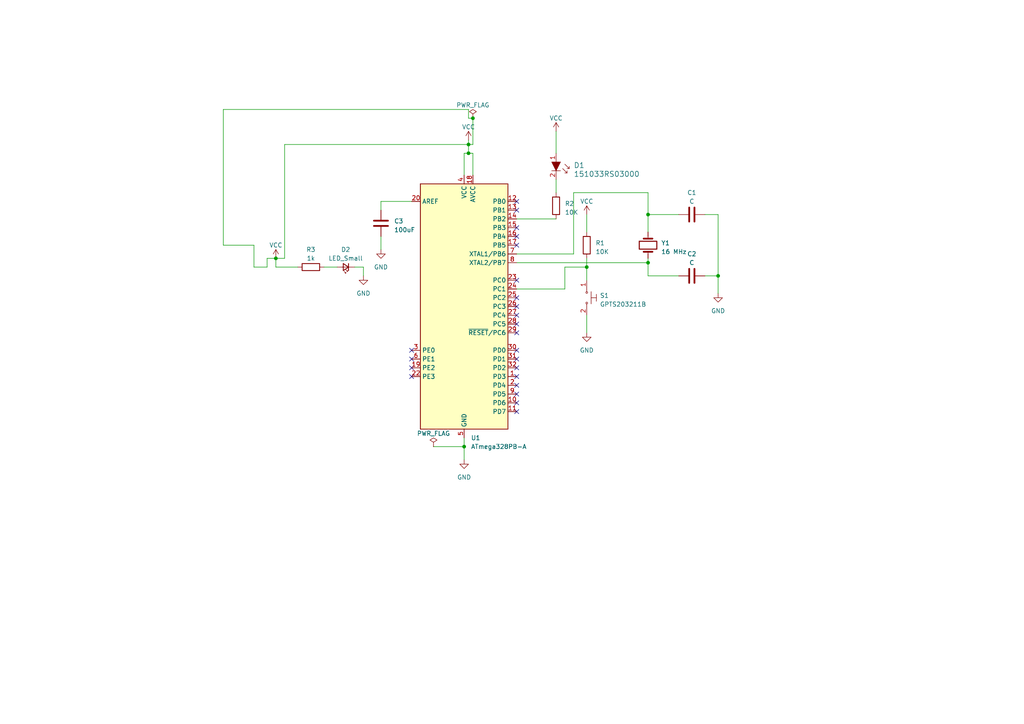
<source format=kicad_sch>
(kicad_sch (version 20230121) (generator eeschema)
  (paper "A4")
  (lib_symbols
    (symbol "Device:C" (pin_numbers hide) (pin_names (offset 0.254))
      (property "Reference" "C" (at 0.635 2.54 0))
      (property "Value" "C" (at 0.635 -2.54 0))
      (symbol "C_0_1"
        (polyline (pts (xy -2.032 -0.762) (xy 2.032 -0.762)) (stroke (width 0.508)))
        (polyline (pts (xy -2.032 0.762) (xy 2.032 0.762)) (stroke (width 0.508)))
      )
      (symbol "C_1_1"
        (pin passive line (at 0 3.81 270) (length 2.794) (name "~") (number "1"))
        (pin passive line (at 0 -3.81 90) (length 2.794) (name "~") (number "2"))
      )
    )
    (symbol "Device:Crystal" (pin_numbers hide) (pin_names (offset 1.016) hide)
      (property "Reference" "Y" (at 0 3.81 0))
      (property "Value" "Crystal" (at 0 -3.81 0))
      (symbol "Crystal_0_1"
        (rectangle (start -1.143 2.54) (end 1.143 -2.54) (stroke (width 0.3048)))
        (polyline (pts (xy -2.54 0) (xy -1.905 0)))
        (polyline (pts (xy -1.905 -1.27) (xy -1.905 1.27)) (stroke (width 0.508)))
        (polyline (pts (xy 1.905 -1.27) (xy 1.905 1.27)) (stroke (width 0.508)))
        (polyline (pts (xy 2.54 0) (xy 1.905 0)))
      )
      (symbol "Crystal_1_1"
        (pin passive line (at -3.81 0 0) (length 1.27) (name "1") (number "1"))
        (pin passive line (at 3.81 0 180) (length 1.27) (name "2") (number "2"))
      )
    )
    (symbol "Device:LED_Small" (pin_numbers hide) (pin_names (offset 0.254) hide)
      (property "Reference" "D" (at -1.27 3.175 0))
      (property "Value" "LED_Small" (at -4.445 -2.54 0))
      (symbol "LED_Small_0_1"
        (polyline (pts (xy -0.762 -1.016) (xy -0.762 1.016)) (stroke (width 0.254)))
        (polyline (pts (xy 1.016 0) (xy -0.762 0)))
        (polyline (pts (xy 0.762 -1.016) (xy -0.762 0) (xy 0.762 1.016) (xy 0.762 -1.016)) (stroke (width 0.254)))
        (polyline (pts (xy 0 0.762) (xy -0.508 1.27) (xy -0.254 1.27) (xy -0.508 1.27) (xy -0.508 1.016)))
        (polyline (pts (xy 0.508 1.27) (xy 0 1.778) (xy 0.254 1.778) (xy 0 1.778) (xy 0 1.524)))
      )
      (symbol "LED_Small_1_1"
        (pin passive line (at -2.54 0 0) (length 1.778) (name "K") (number "1"))
        (pin passive line (at 2.54 0 180) (length 1.778) (name "A") (number "2"))
      )
    )
    (symbol "Device:R" (pin_numbers hide) (pin_names (offset 0))
      (property "Reference" "R" (at 2.032 0 90))
      (property "Value" "R" (at 0 0 90))
      (symbol "R_0_1"
        (rectangle (start -1.016 -2.54) (end 1.016 2.54) (stroke (width 0.254)))
      )
      (symbol "R_1_1"
        (pin passive line (at 0 3.81 270) (length 1.27) (name "~") (number "1"))
        (pin passive line (at 0 -3.81 90) (length 1.27) (name "~") (number "2"))
      )
    )
    (symbol "MCU_Microchip_ATmega:ATmega328PB-A"
      (property "Reference" "U" (at -12.7 36.83 0))
      (property "Value" "ATmega328PB-A" (at 2.54 -36.83 0))
      (symbol "ATmega328PB-A_0_1"
        (rectangle (start -12.7 -35.56) (end 12.7 35.56) (stroke (width 0.254)) (fill (type background)))
      )
      (symbol "ATmega328PB-A_1_1"
        (pin bidirectional line (at 15.24 -20.32 180) (length 2.54) (name "PD3") (number "1"))
        (pin bidirectional line (at 15.24 -27.94 180) (length 2.54) (name "PD6") (number "10"))
        (pin bidirectional line (at 15.24 -30.48 180) (length 2.54) (name "PD7") (number "11"))
        (pin bidirectional line (at 15.24 30.48 180) (length 2.54) (name "PB0") (number "12"))
        (pin bidirectional line (at 15.24 27.94 180) (length 2.54) (name "PB1") (number "13"))
        (pin bidirectional line (at 15.24 25.4 180) (length 2.54) (name "PB2") (number "14"))
        (pin bidirectional line (at 15.24 22.86 180) (length 2.54) (name "PB3") (number "15"))
        (pin bidirectional line (at 15.24 20.32 180) (length 2.54) (name "PB4") (number "16"))
        (pin bidirectional line (at 15.24 17.78 180) (length 2.54) (name "PB5") (number "17"))
        (pin power_in line (at 2.54 38.1 270) (length 2.54) (name "AVCC") (number "18"))
        (pin bidirectional line (at -15.24 -17.78 0) (length 2.54) (name "PE2") (number "19"))
        (pin bidirectional line (at 15.24 -22.86 180) (length 2.54) (name "PD4") (number "2"))
        (pin passive line (at -15.24 30.48 0) (length 2.54) (name "AREF") (number "20"))
        (pin passive line (at 0 -38.1 90) (length 2.54) hide (name "GND") (number "21"))
        (pin bidirectional line (at -15.24 -20.32 0) (length 2.54) (name "PE3") (number "22"))
        (pin bidirectional line (at 15.24 7.62 180) (length 2.54) (name "PC0") (number "23"))
        (pin bidirectional line (at 15.24 5.08 180) (length 2.54) (name "PC1") (number "24"))
        (pin bidirectional line (at 15.24 2.54 180) (length 2.54) (name "PC2") (number "25"))
        (pin bidirectional line (at 15.24 0 180) (length 2.54) (name "PC3") (number "26"))
        (pin bidirectional line (at 15.24 -2.54 180) (length 2.54) (name "PC4") (number "27"))
        (pin bidirectional line (at 15.24 -5.08 180) (length 2.54) (name "PC5") (number "28"))
        (pin bidirectional line (at 15.24 -7.62 180) (length 2.54) (name "~{RESET}/PC6") (number "29"))
        (pin bidirectional line (at -15.24 -12.7 0) (length 2.54) (name "PE0") (number "3"))
        (pin bidirectional line (at 15.24 -12.7 180) (length 2.54) (name "PD0") (number "30"))
        (pin bidirectional line (at 15.24 -15.24 180) (length 2.54) (name "PD1") (number "31"))
        (pin bidirectional line (at 15.24 -17.78 180) (length 2.54) (name "PD2") (number "32"))
        (pin power_in line (at 0 38.1 270) (length 2.54) (name "VCC") (number "4"))
        (pin power_in line (at 0 -38.1 90) (length 2.54) (name "GND") (number "5"))
        (pin bidirectional line (at -15.24 -15.24 0) (length 2.54) (name "PE1") (number "6"))
        (pin bidirectional line (at 15.24 15.24 180) (length 2.54) (name "XTAL1/PB6") (number "7"))
        (pin bidirectional line (at 15.24 12.7 180) (length 2.54) (name "XTAL2/PB7") (number "8"))
        (pin bidirectional line (at 15.24 -25.4 180) (length 2.54) (name "PD5") (number "9"))
      )
    )
    (symbol "dk_LED-Indication-Discrete:151033RS03000" (pin_names (offset 0))
      (property "Reference" "D" (at -3.81 3.81 0))
      (property "Value" "151033RS03000" (at 0 -3.81 0))
      (symbol "151033RS03000_0_1"
        (polyline (pts (xy -0.635 3.81) (xy -1.905 2.54)))
        (polyline (pts (xy 0 1.27) (xy 0 -1.27)))
        (polyline (pts (xy 0.635 3.175) (xy -0.635 1.905)))
        (polyline (pts (xy -1.27 3.81) (xy -0.635 3.81) (xy -0.635 3.175)))
        (polyline (pts (xy 0 3.175) (xy 0.635 3.175) (xy 0.635 2.54)))
        (polyline (pts (xy -2.54 1.27) (xy -2.54 -1.27) (xy 0 0) (xy -2.54 1.27)) (fill (type outline)))
      )
      (symbol "151033RS03000_1_1"
        (pin passive line (at -5.08 0 0) (length 2.54) (name "~") (number "1"))
        (pin passive line (at 2.54 0 180) (length 2.54) (name "~") (number "2"))
      )
    )
    (symbol "dk_Pushbutton-Switches:GPTS203211B" (pin_names (offset 1.016))
      (property "Reference" "S" (at -3.81 3.81 0))
      (property "Value" "GPTS203211B" (at 0 -2.54 0))
      (symbol "GPTS203211B_0_1"
        (circle (center -1.524 0) (radius 0.254))
        (polyline (pts (xy -2.54 0) (xy -1.778 0)))
        (polyline (pts (xy -1.778 1.27) (xy 1.778 1.27)))
        (polyline (pts (xy -1.016 2.794) (xy 1.016 2.794)))
        (polyline (pts (xy 0 1.27) (xy 0 2.794)))
        (polyline (pts (xy 2.54 0) (xy 1.778 0)))
        (circle (center 1.524 0) (radius 0.254))
      )
      (symbol "GPTS203211B_1_1"
        (pin passive line (at -5.08 0 0) (length 2.54) (name "~") (number "1"))
        (pin passive line (at 5.08 0 180) (length 2.54) (name "~") (number "2"))
      )
    )
    (symbol "power:GND" (power) (pin_names (offset 0))
      (property "Value" "GND" (at 0 -3.81 0))
      (symbol "GND_0_1"
        (polyline (pts (xy 0 0) (xy 0 -1.27) (xy 1.27 -1.27) (xy 0 -2.54) (xy -1.27 -1.27) (xy 0 -1.27)))
      )
      (symbol "GND_1_1"
        (pin power_in line (at 0 0 270) (length 0) hide (name "GND") (number "1"))
      )
    )
    (symbol "power:PWR_FLAG" (power) (pin_numbers hide) (pin_names (offset 0) hide)
      (property "Value" "PWR_FLAG" (at 0 3.81 0))
      (symbol "PWR_FLAG_0_0"
        (pin power_out line (at 0 0 90) (length 0) (name "pwr") (number "1"))
      )
      (symbol "PWR_FLAG_0_1"
        (polyline (pts (xy 0 0) (xy 0 1.27) (xy -1.016 1.905) (xy 0 2.54) (xy 1.016 1.905) (xy 0 1.27)))
      )
    )
    (symbol "power:VCC" (power) (pin_names (offset 0))
      (property "Value" "VCC" (at 0 3.81 0))
      (symbol "VCC_0_1"
        (polyline (pts (xy -0.762 1.27) (xy 0 2.54)))
        (polyline (pts (xy 0 0) (xy 0 2.54)))
        (polyline (pts (xy 0 2.54) (xy 0.762 1.27)))
      )
      (symbol "VCC_1_1"
        (pin power_in line (at 0 0 90) (length 0) hide (name "VCC") (number "1"))
      )
    )
  )
  (junction (at 135.89 41.91))
  (junction (at 134.62 129.54))
  (junction (at 137.16 34.29))
  (junction (at 208.28 80.01))
  (junction (at 80.01 74.93))
  (junction (at 187.96 76.2))
  (junction (at 170.18 77.47))
  (junction (at 135.89 44.45))
  (junction (at 187.96 62.23))
  (no_connect (at 119.38 109.22))
  (no_connect (at 149.86 81.28))
  (no_connect (at 149.86 111.76))
  (no_connect (at 149.86 104.14))
  (no_connect (at 149.86 106.68))
  (no_connect (at 149.86 93.98))
  (no_connect (at 149.86 88.9))
  (no_connect (at 149.86 86.36))
  (no_connect (at 149.86 119.38))
  (no_connect (at 119.38 104.14))
  (no_connect (at 119.38 101.6))
  (no_connect (at 149.86 66.04))
  (no_connect (at 149.86 116.84))
  (no_connect (at 149.86 91.44))
  (no_connect (at 119.38 106.68))
  (no_connect (at 149.86 60.96))
  (no_connect (at 149.86 114.3))
  (no_connect (at 149.86 109.22))
  (no_connect (at 149.86 68.58))
  (no_connect (at 149.86 96.52))
  (no_connect (at 149.86 71.12))
  (no_connect (at 149.86 101.6))
  (no_connect (at 149.86 58.42))
  (wire (pts (xy 135.89 31.75) (xy 135.89 34.29)))
  (wire (pts (xy 170.18 74.93) (xy 170.18 77.47)))
  (wire (pts (xy 80.01 77.47) (xy 80.01 74.93)))
  (wire (pts (xy 135.89 44.45) (xy 137.16 44.45)))
  (wire (pts (xy 82.55 74.93) (xy 80.01 74.93)))
  (wire (pts (xy 161.29 38.1) (xy 161.29 44.45)))
  (wire (pts (xy 196.85 80.01) (xy 187.96 80.01)))
  (wire (pts (xy 134.62 44.45) (xy 135.89 44.45)))
  (wire (pts (xy 64.77 31.75) (xy 64.77 71.12)))
  (wire (pts (xy 149.86 63.5) (xy 161.29 63.5)))
  (wire (pts (xy 149.86 73.66) (xy 166.37 73.66)))
  (wire (pts (xy 204.47 62.23) (xy 208.28 62.23)))
  (wire (pts (xy 137.16 50.8) (xy 137.16 44.45)))
  (wire (pts (xy 73.66 77.47) (xy 77.47 77.47)))
  (wire (pts (xy 187.96 55.88) (xy 187.96 62.23)))
  (wire (pts (xy 170.18 77.47) (xy 170.18 81.28)))
  (wire (pts (xy 170.18 62.23) (xy 170.18 67.31)))
  (wire (pts (xy 125.73 129.54) (xy 134.62 129.54)))
  (wire (pts (xy 102.87 77.47) (xy 105.41 77.47)))
  (wire (pts (xy 135.89 34.29) (xy 137.16 34.29)))
  (wire (pts (xy 166.37 55.88) (xy 187.96 55.88)))
  (wire (pts (xy 187.96 76.2) (xy 187.96 74.93)))
  (wire (pts (xy 208.28 80.01) (xy 208.28 85.09)))
  (wire (pts (xy 187.96 67.31) (xy 187.96 62.23)))
  (wire (pts (xy 64.77 71.12) (xy 73.66 71.12)))
  (wire (pts (xy 77.47 77.47) (xy 77.47 74.93)))
  (wire (pts (xy 187.96 80.01) (xy 187.96 76.2)))
  (wire (pts (xy 135.89 41.91) (xy 82.55 41.91)))
  (wire (pts (xy 208.28 80.01) (xy 204.47 80.01)))
  (wire (pts (xy 137.16 41.91) (xy 135.89 41.91)))
  (wire (pts (xy 93.98 77.47) (xy 97.79 77.47)))
  (wire (pts (xy 163.83 77.47) (xy 170.18 77.47)))
  (wire (pts (xy 149.86 83.82) (xy 163.83 83.82)))
  (wire (pts (xy 110.49 58.42) (xy 110.49 60.96)))
  (wire (pts (xy 110.49 58.42) (xy 119.38 58.42)))
  (wire (pts (xy 80.01 77.47) (xy 86.36 77.47)))
  (wire (pts (xy 64.77 31.75) (xy 135.89 31.75)))
  (wire (pts (xy 149.86 76.2) (xy 187.96 76.2)))
  (wire (pts (xy 134.62 44.45) (xy 134.62 50.8)))
  (wire (pts (xy 170.18 91.44) (xy 170.18 96.52)))
  (wire (pts (xy 166.37 73.66) (xy 166.37 55.88)))
  (wire (pts (xy 135.89 40.64) (xy 135.89 41.91)))
  (wire (pts (xy 161.29 52.07) (xy 161.29 55.88)))
  (wire (pts (xy 134.62 129.54) (xy 134.62 133.35)))
  (wire (pts (xy 137.16 34.29) (xy 137.16 41.91)))
  (wire (pts (xy 135.89 41.91) (xy 135.89 44.45)))
  (wire (pts (xy 73.66 71.12) (xy 73.66 77.47)))
  (wire (pts (xy 163.83 83.82) (xy 163.83 77.47)))
  (wire (pts (xy 77.47 74.93) (xy 80.01 74.93)))
  (wire (pts (xy 134.62 127) (xy 134.62 129.54)))
  (wire (pts (xy 187.96 62.23) (xy 196.85 62.23)))
  (wire (pts (xy 82.55 41.91) (xy 82.55 74.93)))
  (wire (pts (xy 208.28 62.23) (xy 208.28 80.01)))
  (wire (pts (xy 110.49 68.58) (xy 110.49 72.39)))
  (wire (pts (xy 105.41 80.01) (xy 105.41 77.47)))
  (symbol (lib_id "power:VCC") (at 135.89 40.64 0) (unit 1)
    (property "Reference" "#PWR04" (effects hide))
    (property "Value" "VCC" (at 135.89 36.83 0))
  )
  (symbol (lib_id "power:GND") (at 170.18 96.52 0) (unit 1)
    (property "Reference" "#PWR01" (effects hide))
    (property "Value" "GND" (at 170.18 101.6 0))
  )
  (symbol (lib_id "power:VCC") (at 161.29 38.1 0) (unit 1)
    (property "Reference" "#PWR03" (effects hide))
    (property "Value" "VCC" (at 161.29 34.29 0))
  )
  (symbol (lib_id "Device:C") (at 110.49 64.77 0) (unit 1)
    (property "Reference" "C3" (at 114.3 64.135 0) (effects (justify left)))
    (property "Value" "100uF" (at 114.3 66.675 0) (effects (justify left)))
  )
  (symbol (lib_id "power:GND") (at 105.41 80.01 0) (unit 1)
    (property "Reference" "#PWR07" (effects hide))
    (property "Value" "GND" (at 105.41 85.09 0))
  )
  (symbol (lib_id "power:GND") (at 134.62 133.35 0) (unit 1)
    (property "Reference" "#PWR05" (effects hide))
    (property "Value" "GND" (at 134.62 138.43 0))
  )
  (symbol (lib_id "power:VCC") (at 80.01 74.93 0) (unit 1)
    (property "Reference" "#PWR06" (effects hide))
    (property "Value" "VCC" (at 80.01 71.12 0))
  )
  (symbol (lib_id "Device:C") (at 200.66 80.01 270) (unit 1)
    (property "Reference" "C2" (at 200.66 73.66 90))
    (property "Value" "C" (at 200.66 76.2 90))
  )
  (symbol (lib_id "Device:LED_Small") (at 100.33 77.47 180) (unit 1)
    (property "Reference" "D2" (at 100.2665 72.39 0))
    (property "Value" "LED_Small" (at 100.2665 74.93 0))
  )
  (symbol (lib_id "dk_LED-Indication-Discrete:151033RS03000") (at 161.29 49.53 270) (unit 1)
    (property "Reference" "D1" (at 166.37 47.9425 90) (effects (font (size 1.524 1.524)) (justify left)))
    (property "Value" "151033RS03000" (at 166.37 50.4825 90) (effects (font (size 1.524 1.524)) (justify left)))
    (property "Footprint" "digikey-footprints:LED_3mm_Radial" (effects hide))
    (property "Datasheet" "https://katalog.we-online.de/led/datasheet/151033RS03000.pdf" (effects hide))
    (property "Digi-Key_PN" "732-5013-ND" (effects hide))
    (property "MPN" "151033RS03000" (effects hide))
    (property "Category" "Optoelectronics" (effects hide))
    (property "Family" "LED Indication - Discrete" (effects hide))
    (property "DK_Datasheet_Link" "https://katalog.we-online.de/led/datasheet/151033RS03000.pdf" (effects hide))
    (property "DK_Detail_Page" "/product-detail/en/wurth-electronics-inc/151033RS03000/732-5013-ND/4490003" (effects hide))
    (property "Description" "LED RED CLEAR 3MM ROUND T/H" (effects hide))
    (property "Manufacturer" "Wurth Electronics Inc." (effects hide))
    (property "Status" "Active" (effects hide))
  )
  (symbol (lib_id "MCU_Microchip_ATmega:ATmega328PB-A") (at 134.62 88.9 0) (unit 1)
    (property "Reference" "U1" (at 136.5759 127 0) (effects (justify left)))
    (property "Value" "ATmega328PB-A" (at 136.5759 129.54 0) (effects (justify left)))
    (property "Footprint" "Package_QFP:TQFP-32_7x7mm_P0.8mm" (effects hide))
    (property "Datasheet" "http://ww1.microchip.com/downloads/en/DeviceDoc/40001906C.pdf" (effects hide))
  )
  (symbol (lib_id "Device:R") (at 90.17 77.47 90) (unit 1)
    (property "Reference" "R3" (at 90.17 72.39 90))
    (property "Value" "1k" (at 90.17 74.93 90))
  )
  (symbol (lib_id "Device:R") (at 161.29 59.69 0) (unit 1)
    (property "Reference" "R2" (at 163.83 59.055 0) (effects (justify left)))
    (property "Value" "10K" (at 163.83 61.595 0) (effects (justify left)))
  )
  (symbol (lib_id "power:GND") (at 110.49 72.39 0) (unit 1)
    (property "Reference" "#PWR09" (effects hide))
    (property "Value" "GND" (at 110.49 77.47 0))
  )
  (symbol (lib_id "power:PWR_FLAG") (at 137.16 34.29 0) (unit 1)
    (property "Reference" "#FLG02" (effects hide))
    (property "Value" "PWR_FLAG" (at 137.16 30.48 0))
  )
  (symbol (lib_id "dk_Pushbutton-Switches:GPTS203211B") (at 170.18 86.36 270) (unit 1)
    (property "Reference" "S1" (at 173.99 85.725 90) (effects (justify left)))
    (property "Value" "GPTS203211B" (at 173.99 88.265 90) (effects (justify left)))
    (property "Footprint" "digikey-footprints:PushButton_12x12mm_THT_GPTS203211B" (effects hide))
    (property "Datasheet" "http://switches-connectors-custom.cwind.com/Asset/GPTS203211BR2.pdf" (effects hide))
    (property "Digi-Key_PN" "CW181-ND" (effects hide))
    (property "MPN" "GPTS203211B" (effects hide))
    (property "Category" "Switches" (effects hide))
    (property "Family" "Pushbutton Switches" (effects hide))
    (property "DK_Datasheet_Link" "http://switches-connectors-custom.cwind.com/Asset/GPTS203211BR2.pdf" (effects hide))
    (property "DK_Detail_Page" "/product-detail/en/cw-industries/GPTS203211B/CW181-ND/3190590" (effects hide))
    (property "Description" "SWITCH PUSHBUTTON SPST 1A 30V" (effects hide))
    (property "Manufacturer" "CW Industries" (effects hide))
    (property "Status" "Active" (effects hide))
  )
  (symbol (lib_id "power:PWR_FLAG") (at 125.73 129.54 0) (unit 1)
    (property "Reference" "#FLG01" (effects hide))
    (property "Value" "PWR_FLAG" (at 125.73 125.73 0))
  )
  (symbol (lib_id "Device:R") (at 170.18 71.12 0) (unit 1)
    (property "Reference" "R1" (at 172.72 70.485 0) (effects (justify left)))
    (property "Value" "10K" (at 172.72 73.025 0) (effects (justify left)))
  )
  (symbol (lib_id "power:VCC") (at 170.18 62.23 0) (unit 1)
    (property "Reference" "#PWR02" (effects hide))
    (property "Value" "VCC" (at 170.18 58.42 0))
  )
  (symbol (lib_id "power:GND") (at 208.28 85.09 0) (unit 1)
    (property "Reference" "#PWR08" (effects hide))
    (property "Value" "GND" (at 208.28 90.17 0))
  )
  (symbol (lib_id "Device:Crystal") (at 187.96 71.12 90) (unit 1)
    (property "Reference" "Y1" (at 191.77 70.485 90) (effects (justify right)))
    (property "Value" "16 MHz" (at 191.77 73.025 90) (effects (justify right)))
  )
  (symbol (lib_id "Device:C") (at 200.66 62.23 270) (unit 1)
    (property "Reference" "C1" (at 200.66 55.88 90))
    (property "Value" "C" (at 200.66 58.42 90))
  )
)
</source>
